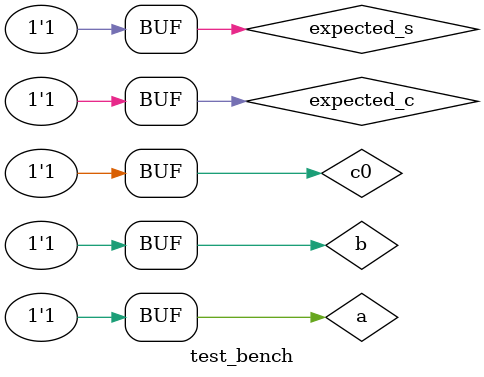
<source format=v>
`include "FA.v"                     // Importing Full Adder module

module test_bench;   
    reg a,b,c0;                    // Declaring regs and wires
    wire c,s;
    reg expected_s,expected_c;

    full_adder test(.a(a),.b(b),.c0(c0),.c(c),.s(s));           // Instantiating an object of the full_adder module
    initial
        begin                                                   // Begining test cases with a delay of 10 (correct values of s and c are in expected_s and expected_c)
            a=0;b=0;c0=0;expected_s=0;expected_c=0;
            #10 a=1;b=0;c0=0;expected_s=1;expected_c=0;
            #10 a=0;b=1;c0=0;expected_s=1;expected_c=0;
            #10 a=1;b=1;c0=0;expected_s=0;expected_c=1;
            #10 a=0;b=0;c0=1;expected_s=1;expected_c=0;
            #10 a=1;b=0;c0=1;expected_s=0;expected_c=1;
            #10 a=0;b=1;c0=1;expected_s=0;expected_c=1;
            #10 a=1;b=1;c0=1;expected_s=1;expected_c=1;
        end
    initial
        $monitor("a=%b b=%b c0=%b \t c=%b s=%b \texpected c=%b expected s=%b \t time=%0d",a,b,c0,c,s,expected_c,expected_s,$time);              // Monitor for showing the output by the full adder
endmodule

</source>
